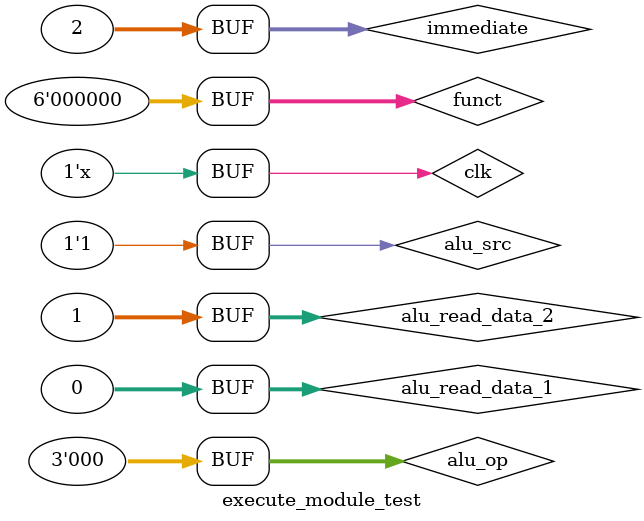
<source format=v>
`timescale 1ns / 1ps

module execute_module_test #(parameter PERIOD=50);

	// Inputs
	reg clk;
	reg [31:0] alu_read_data_1;
	reg [31:0] alu_read_data_2;
	reg [31:0] immediate;
	reg [5:0] funct;
	reg [2:0] alu_op;
	reg alu_src;

	// Outputs
	wire [31:0] alu_result;
	wire zero;

	// Instantiate the Unit Under Test (UUT)
	execute_module uut (
		.clk(clk), 
		.alu_read_data_1(alu_read_data_1), 
		.alu_read_data_2(alu_read_data_2), 
		.immediate(immediate), 
		.funct(funct), 
		.alu_op(alu_op), 
		.alu_src(alu_src), 
		.alu_result(alu_result), 
		.zero(zero)
	);
	
	always #PERIOD clk=~clk; 

	initial begin
		clk = 0;
		
		alu_read_data_1 = 32'h00000000;
		alu_read_data_2 = 32'h00000001;
		immediate = 32'h00000002;
		funct = 6'b000000;
		alu_op = 3'b000;
		alu_src = 0;
		#PERIOD;
		
		alu_read_data_1 = 32'h00000000;
		alu_read_data_2 = 32'h00000001;
		immediate = 32'h00000002;
		funct = 6'b000000;
		alu_op = 3'b000;
		alu_src = 1;
		#PERIOD;
		
	end
      
endmodule


</source>
